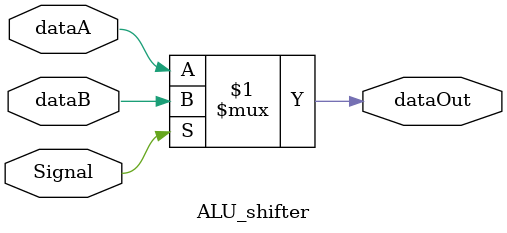
<source format=v>
module ALU_shifter(dataA, dataB, Signal, dataOut);
input dataA ;
input dataB ;
input Signal ;
output dataOut ;

assign dataOut = Signal?dataB:dataA ;

endmodule
</source>
